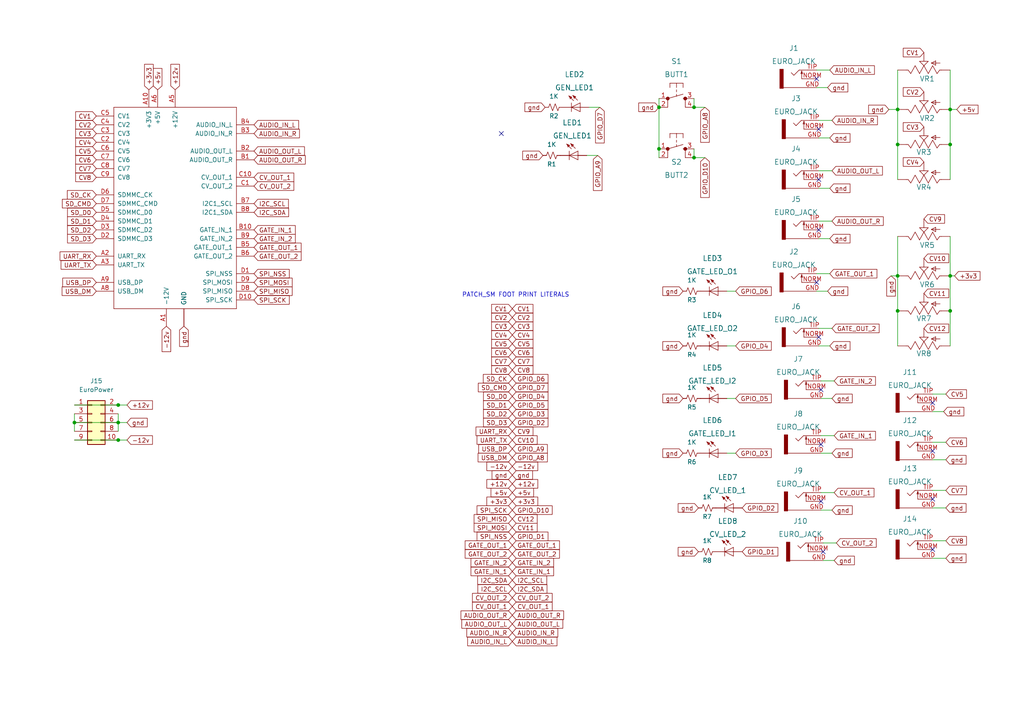
<source format=kicad_sch>
(kicad_sch (version 20230121) (generator eeschema)
  (paper "A4")
  (lib_symbols
    (symbol "Connector_Generic:Conn_02x05_Odd_Even" (pin_names (offset 1.016) hide)
      (property "Reference" "J" (at 1.27 7.62 0))
      (property "Value" "Conn_02x05_Odd_Even" (at 1.27 -7.62 0))
      (symbol "Conn_02x05_Odd_Even_1_1"
        (rectangle (start -1.27 -4.953) (end 0 -5.207) (stroke (width 0.1524)))
        (rectangle (start -1.27 -2.413) (end 0 -2.667) (stroke (width 0.1524)))
        (rectangle (start -1.27 0.127) (end 0 -0.127) (stroke (width 0.1524)))
        (rectangle (start -1.27 2.667) (end 0 2.413) (stroke (width 0.1524)))
        (rectangle (start -1.27 5.207) (end 0 4.953) (stroke (width 0.1524)))
        (rectangle (start -1.27 6.35) (end 3.81 -6.35) (stroke (width 0.254)) (fill (type background)))
        (rectangle (start 3.81 -4.953) (end 2.54 -5.207) (stroke (width 0.1524)))
        (rectangle (start 3.81 -2.413) (end 2.54 -2.667) (stroke (width 0.1524)))
        (rectangle (start 3.81 0.127) (end 2.54 -0.127) (stroke (width 0.1524)))
        (rectangle (start 3.81 2.667) (end 2.54 2.413) (stroke (width 0.1524)))
        (rectangle (start 3.81 5.207) (end 2.54 4.953) (stroke (width 0.1524)))
        (pin passive line (at -5.08 5.08 0) (length 3.81) (name "Pin_1") (number "1"))
        (pin passive line (at 7.62 -5.08 180) (length 3.81) (name "Pin_10") (number "10"))
        (pin passive line (at 7.62 5.08 180) (length 3.81) (name "Pin_2") (number "2"))
        (pin passive line (at -5.08 2.54 0) (length 3.81) (name "Pin_3") (number "3"))
        (pin passive line (at 7.62 2.54 180) (length 3.81) (name "Pin_4") (number "4"))
        (pin passive line (at -5.08 0 0) (length 3.81) (name "Pin_5") (number "5"))
        (pin passive line (at 7.62 0 180) (length 3.81) (name "Pin_6") (number "6"))
        (pin passive line (at -5.08 -2.54 0) (length 3.81) (name "Pin_7") (number "7"))
        (pin passive line (at 7.62 -2.54 180) (length 3.81) (name "Pin_8") (number "8"))
        (pin passive line (at -5.08 -5.08 0) (length 3.81) (name "Pin_9") (number "9"))
      )
    )
    (symbol "Device:R_Small_US" (pin_numbers hide) (pin_names (offset 0.254) hide)
      (property "Reference" "R" (at 0.762 0.508 0))
      (property "Value" "R_Small_US" (at 0.762 -1.016 0))
      (symbol "R_Small_US_1_1"
        (polyline (pts (xy 0 0) (xy 1.016 -0.381) (xy 0 -0.762) (xy -1.016 -1.143) (xy 0 -1.524)))
        (polyline (pts (xy 0 1.524) (xy 1.016 1.143) (xy 0 0.762) (xy -1.016 0.381) (xy 0 0)))
        (pin passive line (at 0 2.54 270) (length 1.016) (name "~") (number "1"))
        (pin passive line (at 0 -2.54 90) (length 1.016) (name "~") (number "2"))
      )
    )
    (symbol "ES_Daisy_Patch_SM_FB_Rev1-eagle-import:ES_DAISY_PATCH_SM_REV1" (pin_names (offset 1.016))
      (symbol "ES_DAISY_PATCH_SM_REV1_1_0"
        (polyline (pts (xy -17.78 -30.48) (xy 17.78 -30.48)))
        (polyline (pts (xy -17.78 27.94) (xy -17.78 -30.48)))
        (polyline (pts (xy 17.78 -30.48) (xy 17.78 27.94)))
        (polyline (pts (xy 17.78 27.94) (xy -17.78 27.94)))
        (pin bidirectional line (at -2.54 -35.56 90) (length 5.08) (name "-12V") (number "A1"))
        (pin bidirectional line (at -7.62 33.02 270) (length 5.08) (name "+3V3") (number "A10"))
        (pin bidirectional line (at -22.86 -15.24 0) (length 5.08) (name "UART_RX") (number "A2"))
        (pin bidirectional line (at -22.86 -17.78 0) (length 5.08) (name "UART_TX") (number "A3"))
        (pin bidirectional line (at 2.54 -35.56 90) (length 5.08) (name "GND") (number "A4"))
        (pin bidirectional line (at 0 33.02 270) (length 5.08) (name "+12V") (number "A5"))
        (pin bidirectional line (at -5.08 33.02 270) (length 5.08) (name "+5V") (number "A6"))
        (pin bidirectional line (at 2.54 -35.56 90) (length 5.08) (name "GND") (number "A7"))
        (pin bidirectional line (at -22.86 -25.4 0) (length 5.08) (name "USB_DM") (number "A8"))
        (pin bidirectional line (at -22.86 -22.86 0) (length 5.08) (name "USB_DP") (number "A9"))
        (pin bidirectional line (at 22.86 12.7 180) (length 5.08) (name "AUDIO_OUT_R") (number "B1"))
        (pin bidirectional line (at 22.86 -7.62 180) (length 5.08) (name "GATE_IN_1") (number "B10"))
        (pin bidirectional line (at 22.86 15.24 180) (length 5.08) (name "AUDIO_OUT_L") (number "B2"))
        (pin bidirectional line (at 22.86 20.32 180) (length 5.08) (name "AUDIO_IN_R") (number "B3"))
        (pin bidirectional line (at 22.86 22.86 180) (length 5.08) (name "AUDIO_IN_L") (number "B4"))
        (pin bidirectional line (at 22.86 -12.7 180) (length 5.08) (name "GATE_OUT_1") (number "B5"))
        (pin bidirectional line (at 22.86 -15.24 180) (length 5.08) (name "GATE_OUT_2") (number "B6"))
        (pin bidirectional line (at 22.86 0 180) (length 5.08) (name "I2C1_SCL") (number "B7"))
        (pin bidirectional line (at 22.86 -2.54 180) (length 5.08) (name "I2C1_SDA") (number "B8"))
        (pin bidirectional line (at 22.86 -10.16 180) (length 5.08) (name "GATE_IN_2") (number "B9"))
        (pin bidirectional line (at 22.86 5.08 180) (length 5.08) (name "CV_OUT_2") (number "C1"))
        (pin bidirectional line (at 22.86 7.62 180) (length 5.08) (name "CV_OUT_1") (number "C10"))
        (pin bidirectional line (at -22.86 17.78 0) (length 5.08) (name "CV4") (number "C2"))
        (pin bidirectional line (at -22.86 20.32 0) (length 5.08) (name "CV3") (number "C3"))
        (pin bidirectional line (at -22.86 22.86 0) (length 5.08) (name "CV2") (number "C4"))
        (pin bidirectional line (at -22.86 25.4 0) (length 5.08) (name "CV1") (number "C5"))
        (pin bidirectional line (at -22.86 15.24 0) (length 5.08) (name "CV5") (number "C6"))
        (pin bidirectional line (at -22.86 12.7 0) (length 5.08) (name "CV6") (number "C7"))
        (pin bidirectional line (at -22.86 10.16 0) (length 5.08) (name "CV7") (number "C8"))
        (pin bidirectional line (at -22.86 7.62 0) (length 5.08) (name "CV8") (number "C9"))
        (pin bidirectional line (at 22.86 -20.32 180) (length 5.08) (name "SPI_NSS") (number "D1"))
        (pin bidirectional line (at 22.86 -27.94 180) (length 5.08) (name "SPI_SCK") (number "D10"))
        (pin bidirectional line (at -22.86 -10.16 0) (length 5.08) (name "SDMMC_D3") (number "D2"))
        (pin bidirectional line (at -22.86 -7.62 0) (length 5.08) (name "SDMMC_D2") (number "D3"))
        (pin bidirectional line (at -22.86 -5.08 0) (length 5.08) (name "SDMMC_D1") (number "D4"))
        (pin bidirectional line (at -22.86 -2.54 0) (length 5.08) (name "SDMMC_D0") (number "D5"))
        (pin bidirectional line (at -22.86 2.54 0) (length 5.08) (name "SDMMC_CK") (number "D6"))
        (pin bidirectional line (at -22.86 0 0) (length 5.08) (name "SDMMC_CMD") (number "D7"))
        (pin bidirectional line (at 22.86 -25.4 180) (length 5.08) (name "SPI_MISO") (number "D8"))
        (pin bidirectional line (at 22.86 -22.86 180) (length 5.08) (name "SPI_MOSI") (number "D9"))
      )
    )
    (symbol "ES_Daisy_Patch_SM_FB_Rev1-eagle-import:EURO_JACK" (pin_names (offset 1.016))
      (property "Reference" "J" (at -2.54 4.064 0))
      (property "Value" "EURO_JACK" (at -5.08 -6.35 0))
      (symbol "EURO_JACK_1_0"
        (polyline (pts (xy -2.54 -2.54) (xy 4.572 -2.54)))
        (polyline (pts (xy -2.54 0) (xy -0.762 0)))
        (polyline (pts (xy -2.54 2.54) (xy 0 2.54)))
        (polyline (pts (xy -1.016 1.524) (xy -0.508 1.524)))
        (polyline (pts (xy -0.762 0) (xy -0.762 2.286)))
        (polyline (pts (xy -0.762 2.286) (xy -1.016 1.524)))
        (polyline (pts (xy -0.508 1.524) (xy -0.762 2.286)))
        (polyline (pts (xy 0 2.54) (xy 1.524 1.016)))
        (polyline (pts (xy 1.524 1.016) (xy 2.286 1.778)))
        (rectangle (start 5.588 -2.794) (end 4.572 2.794) (fill (type outline)))
        (pin passive line (at -5.08 -2.54 0) (length 2.54) (name "GND") (number "GND"))
        (pin passive line (at -5.08 0 0) (length 2.54) (name "NORM") (number "NORM"))
        (pin passive line (at -5.08 2.54 0) (length 2.54) (name "TIP") (number "TIP"))
      )
    )
    (symbol "ES_Daisy_Patch_SM_FB_Rev1-eagle-import:LED" (pin_names (offset 1.016))
      (property "Reference" "LED" (at 3.556 -4.572 90))
      (property "Value" "LED" (at 5.715 -4.572 90))
      (symbol "LED_1_0"
        (polyline (pts (xy -2.032 -0.762) (xy -3.429 -2.159)))
        (polyline (pts (xy -1.905 -1.905) (xy -3.302 -3.302)))
        (polyline (pts (xy 0 -2.54) (xy -1.27 -2.54)))
        (polyline (pts (xy 0 -2.54) (xy -1.27 0)))
        (polyline (pts (xy 0 0) (xy -1.27 0)))
        (polyline (pts (xy 0 0) (xy 0 -2.54)))
        (polyline (pts (xy 1.27 -2.54) (xy 0 -2.54)))
        (polyline (pts (xy 1.27 0) (xy 0 -2.54)))
        (polyline (pts (xy 1.27 0) (xy 0 0)))
        (polyline (pts (xy -3.429 -2.159) (xy -3.048 -1.27) (xy -2.54 -1.778)) (fill (type outline)))
        (polyline (pts (xy -3.302 -3.302) (xy -2.921 -2.413) (xy -2.413 -2.921)) (fill (type outline)))
        (pin passive line (at 0 2.54 270) (length 2.54) (name "A") (number "A"))
        (pin passive line (at 0 -5.08 90) (length 2.54) (name "C") (number "K"))
      )
    )
    (symbol "ES_Daisy_Patch_SM_FB_Rev1-eagle-import:POT_9MM_SNAP-IN_" (pin_names (offset 1.016))
      (property "Reference" "VR" (at -5.08 -2.54 90))
      (property "Value" "POT_9MM_SNAP-IN_" (at -2.54 -2.54 90))
      (symbol "POT_9MM_SNAP-IN__1_0"
        (polyline (pts (xy -1.016 -3.81) (xy 1.27 -2.54)))
        (polyline (pts (xy -1.016 -1.27) (xy 1.27 0)))
        (polyline (pts (xy -1.016 1.27) (xy 1.27 2.54)))
        (polyline (pts (xy -1.016 3.81) (xy 0 4.572)))
        (polyline (pts (xy 0 -5.08) (xy 0 -4.572)))
        (polyline (pts (xy 0 -4.572) (xy -1.016 -3.81)))
        (polyline (pts (xy 0 4.572) (xy 0 5.08)))
        (polyline (pts (xy 1.27 -2.54) (xy -1.016 -1.27)))
        (polyline (pts (xy 1.27 0) (xy -1.016 1.27)))
        (polyline (pts (xy 1.27 0) (xy 2.54 1.27)))
        (polyline (pts (xy 1.27 2.54) (xy -1.016 3.81)))
        (polyline (pts (xy 1.397 -3.429) (xy 2.032 -2.159)))
        (polyline (pts (xy 2.032 -4.699) (xy 2.032 -2.159)))
        (polyline (pts (xy 2.032 -2.159) (xy 2.667 -3.429)))
        (polyline (pts (xy 2.54 -1.27) (xy 1.27 0)))
        (polyline (pts (xy 2.54 1.27) (xy 2.54 -1.27)))
        (polyline (pts (xy 2.667 -3.429) (xy 1.397 -3.429)))
        (pin passive line (at 0 -7.62 90) (length 2.54) (name "1") (number "1"))
        (pin passive line (at 5.08 0 180) (length 2.54) (name "2") (number "2"))
        (pin passive line (at 0 7.62 270) (length 2.54) (name "3") (number "3"))
      )
    )
    (symbol "ES_Daisy_Patch_SM_FB_Rev1-eagle-import:TAC_SWITCH_PTH" (pin_names (offset 1.016))
      (property "Reference" "S" (at -2.54 6.35 0))
      (property "Value" "TAC_SWITCH_PTH" (at -2.54 -6.35 0))
      (symbol "TAC_SWITCH_PTH_1_0"
        (circle (center -2.54 0) (radius 0.127) (stroke (width 0.4064)))
        (polyline (pts (xy -2.54 -2.54) (xy -2.54 0)))
        (polyline (pts (xy -2.54 0) (xy 1.905 1.27)))
        (polyline (pts (xy -1.905 4.445) (xy -1.905 3.175)))
        (polyline (pts (xy 0 1.27) (xy 0 0.635)))
        (polyline (pts (xy 0 2.54) (xy 0 1.905)))
        (polyline (pts (xy 0 4.445) (xy -1.905 4.445)))
        (polyline (pts (xy 0 4.445) (xy 0 3.175)))
        (polyline (pts (xy 1.905 0) (xy 2.54 0)))
        (polyline (pts (xy 1.905 4.445) (xy 0 4.445)))
        (polyline (pts (xy 1.905 4.445) (xy 1.905 3.175)))
        (polyline (pts (xy 2.54 -2.54) (xy 2.54 0)))
        (circle (center 2.54 0) (radius 0.127) (stroke (width 0.4064)))
        (pin passive line (at -5.08 0 0) (length 2.54) (name "1") (number "1"))
        (pin passive line (at -5.08 -2.54 0) (length 2.54) (name "2") (number "2"))
        (pin passive line (at 5.08 0 180) (length 2.54) (name "3") (number "3"))
        (pin passive line (at 5.08 -2.54 180) (length 2.54) (name "4") (number "4"))
      )
    )
  )
  (junction (at 34.29 122.555))
  (junction (at 275.59 90.17))
  (junction (at 201.295 31.115))
  (junction (at 191.135 31.115))
  (junction (at 34.29 127.635))
  (junction (at 260.35 90.17))
  (junction (at 34.29 117.475))
  (junction (at 275.59 41.91))
  (junction (at 260.35 41.91))
  (junction (at 21.59 122.555))
  (junction (at 275.59 80.01))
  (junction (at 191.135 43.18))
  (junction (at 275.59 31.75))
  (junction (at 260.35 80.01))
  (junction (at 201.295 45.72))
  (junction (at 260.35 31.75))
  (no_connect (at 237.49 37.465))
  (no_connect (at 236.855 22.86))
  (no_connect (at 270.51 159.385))
  (no_connect (at 270.51 130.81))
  (no_connect (at 270.51 144.78))
  (no_connect (at 270.51 116.84))
  (no_connect (at 238.76 160.02))
  (no_connect (at 238.125 128.905))
  (no_connect (at 238.125 113.03))
  (no_connect (at 238.125 145.415))
  (no_connect (at 237.49 52.07))
  (no_connect (at 237.49 97.79))
  (no_connect (at 237.49 66.675))
  (no_connect (at 236.855 81.915))
  (no_connect (at 145.415 38.735))
  (wire (pts (xy 21.59 122.555) (xy 21.59 125.095)))
  (wire (pts (xy 238.125 147.955) (xy 241.3 147.955)))
  (wire (pts (xy 237.49 54.61) (xy 240.665 54.61)))
  (wire (pts (xy 213.36 100.33) (xy 210.82 100.33)))
  (wire (pts (xy 236.855 20.32) (xy 240.665 20.32)))
  (wire (pts (xy 275.59 90.17) (xy 275.59 100.33)))
  (wire (pts (xy 210.82 131.445) (xy 213.36 131.445)))
  (wire (pts (xy 238.76 162.56) (xy 241.935 162.56)))
  (wire (pts (xy 274.32 133.35) (xy 270.51 133.35)))
  (wire (pts (xy 201.295 43.18) (xy 201.295 45.72)))
  (wire (pts (xy 270.51 119.38) (xy 273.685 119.38)))
  (wire (pts (xy 238.125 131.445) (xy 241.3 131.445)))
  (wire (pts (xy 275.59 41.91) (xy 275.59 52.07)))
  (wire (pts (xy 34.29 117.475) (xy 36.83 117.475)))
  (wire (pts (xy 275.59 20.32) (xy 275.59 31.75)))
  (wire (pts (xy 213.36 84.455) (xy 210.82 84.455)))
  (wire (pts (xy 270.51 128.27) (xy 274.32 128.27)))
  (wire (pts (xy 260.35 41.91) (xy 260.35 52.07)))
  (wire (pts (xy 170.815 31.115) (xy 173.99 31.115)))
  (wire (pts (xy 257.81 31.75) (xy 260.35 31.75)))
  (wire (pts (xy 238.125 142.875) (xy 241.935 142.875)))
  (wire (pts (xy 201.295 31.115) (xy 204.47 31.115)))
  (wire (pts (xy 21.59 117.475) (xy 34.29 117.475)))
  (wire (pts (xy 270.51 142.24) (xy 274.32 142.24)))
  (wire (pts (xy 275.59 80.01) (xy 276.86 80.01)))
  (wire (pts (xy 191.135 43.18) (xy 191.135 45.72)))
  (wire (pts (xy 237.49 49.53) (xy 241.3 49.53)))
  (wire (pts (xy 260.35 68.58) (xy 260.35 80.01)))
  (wire (pts (xy 170.18 45.085) (xy 173.355 45.085)))
  (wire (pts (xy 274.32 161.925) (xy 270.51 161.925)))
  (wire (pts (xy 21.59 127.635) (xy 34.29 127.635)))
  (wire (pts (xy 201.295 28.575) (xy 201.295 31.115)))
  (wire (pts (xy 275.59 68.58) (xy 275.59 80.01)))
  (wire (pts (xy 238.125 115.57) (xy 241.3 115.57)))
  (wire (pts (xy 275.59 80.01) (xy 275.59 90.17)))
  (wire (pts (xy 277.495 31.75) (xy 275.59 31.75)))
  (wire (pts (xy 21.59 120.015) (xy 21.59 122.555)))
  (wire (pts (xy 191.135 28.575) (xy 191.135 31.115)))
  (wire (pts (xy 238.76 157.48) (xy 242.57 157.48)))
  (wire (pts (xy 237.49 34.925) (xy 241.3 34.925)))
  (wire (pts (xy 260.35 90.17) (xy 260.35 100.33)))
  (wire (pts (xy 274.32 147.32) (xy 270.51 147.32)))
  (wire (pts (xy 260.35 31.75) (xy 260.35 41.91)))
  (wire (pts (xy 34.29 120.015) (xy 34.29 122.555)))
  (wire (pts (xy 201.295 45.72) (xy 204.47 45.72)))
  (wire (pts (xy 34.29 122.555) (xy 34.29 125.095)))
  (wire (pts (xy 260.35 20.32) (xy 260.35 31.75)))
  (wire (pts (xy 236.855 84.455) (xy 240.03 84.455)))
  (wire (pts (xy 270.51 156.845) (xy 274.32 156.845)))
  (wire (pts (xy 21.59 122.555) (xy 34.29 122.555)))
  (wire (pts (xy 237.49 69.215) (xy 240.665 69.215)))
  (wire (pts (xy 237.49 64.135) (xy 241.3 64.135)))
  (wire (pts (xy 236.855 79.375) (xy 240.665 79.375)))
  (wire (pts (xy 275.59 31.75) (xy 275.59 41.91)))
  (wire (pts (xy 236.855 25.4) (xy 240.03 25.4)))
  (wire (pts (xy 260.35 80.01) (xy 260.35 90.17)))
  (wire (pts (xy 237.49 40.005) (xy 240.665 40.005)))
  (wire (pts (xy 237.49 100.33) (xy 240.665 100.33)))
  (wire (pts (xy 213.36 115.57) (xy 210.82 115.57)))
  (wire (pts (xy 238.125 126.365) (xy 241.935 126.365)))
  (wire (pts (xy 191.135 31.115) (xy 191.135 43.18)))
  (wire (pts (xy 258.445 80.01) (xy 260.35 80.01)))
  (wire (pts (xy 34.29 127.635) (xy 36.83 127.635)))
  (wire (pts (xy 237.49 95.25) (xy 241.3 95.25)))
  (wire (pts (xy 270.51 114.3) (xy 274.32 114.3)))
  (wire (pts (xy 238.125 110.49) (xy 241.935 110.49)))
  (wire (pts (xy 34.29 122.555) (xy 36.83 122.555)))
  (text "PATCH_SM FOOT PRINT LITERALS" (at 133.985 86.36 0) (effects (font (size 1.27 1.27)) (justify left bottom)))
  (global_label "gnd" (shape input) (at 240.665 54.61 0) (property "Intersheetrefs" "${INTERSHEET_REFS}" (effects hide)))
  (global_label "gnd" (shape input) (at 240.665 69.215 0) (property "Intersheetrefs" "${INTERSHEET_REFS}" (effects hide)))
  (global_label "SD_D3" (shape input) (at 27.94 69.215 180) (property "Intersheetrefs" "${INTERSHEET_REFS}" (effects hide)))
  (global_label "AUDIO_OUT_L" (shape input) (at 148.59 180.975 0) (property "Intersheetrefs" "${INTERSHEET_REFS}" (effects hide)))
  (global_label "GATE_IN_2" (shape input) (at 148.59 163.195 180) (property "Intersheetrefs" "${INTERSHEET_REFS}" (effects hide)))
  (global_label "CV9" (shape input) (at 267.97 63.5 0) (property "Intersheetrefs" "${INTERSHEET_REFS}" (effects hide)))
  (global_label "CV5" (shape input) (at 148.59 99.695 0) (property "Intersheetrefs" "${INTERSHEET_REFS}" (effects hide)))
  (global_label "CV7" (shape input) (at 148.59 104.775 180) (property "Intersheetrefs" "${INTERSHEET_REFS}" (effects hide)))
  (global_label "gnd" (shape input) (at 258.445 80.01 270) (property "Intersheetrefs" "${INTERSHEET_REFS}" (effects hide)))
  (global_label "GPIO_A9" (shape input) (at 173.355 45.085 270) (property "Intersheetrefs" "${INTERSHEET_REFS}" (effects hide)))
  (global_label "SPI_NSS" (shape input) (at 73.66 79.375 0) (property "Intersheetrefs" "${INTERSHEET_REFS}" (effects hide)))
  (global_label "GATE_OUT_1" (shape input) (at 148.59 158.115 180) (property "Intersheetrefs" "${INTERSHEET_REFS}" (effects hide)))
  (global_label "CV_OUT_1" (shape input) (at 241.935 142.875 0) (property "Intersheetrefs" "${INTERSHEET_REFS}" (effects hide)))
  (global_label "AUDIO_OUT_R" (shape input) (at 148.59 178.435 0) (property "Intersheetrefs" "${INTERSHEET_REFS}" (effects hide)))
  (global_label "CV6" (shape input) (at 148.59 102.235 180) (property "Intersheetrefs" "${INTERSHEET_REFS}" (effects hide)))
  (global_label "AUDIO_OUT_R" (shape input) (at 148.59 178.435 180) (property "Intersheetrefs" "${INTERSHEET_REFS}" (effects hide)))
  (global_label "CV1" (shape input) (at 148.59 89.535 180) (property "Intersheetrefs" "${INTERSHEET_REFS}" (effects hide)))
  (global_label "CV2" (shape input) (at 27.94 36.195 180) (property "Intersheetrefs" "${INTERSHEET_REFS}" (effects hide)))
  (global_label "SPI_SCK" (shape input) (at 148.59 147.955 180) (property "Intersheetrefs" "${INTERSHEET_REFS}" (effects hide)))
  (global_label "+5v" (shape input) (at 45.72 26.035 90) (property "Intersheetrefs" "${INTERSHEET_REFS}" (effects hide)))
  (global_label "gnd" (shape input) (at 157.48 45.085 180) (property "Intersheetrefs" "${INTERSHEET_REFS}" (effects hide)))
  (global_label "SD_CMD" (shape input) (at 27.94 59.055 180) (property "Intersheetrefs" "${INTERSHEET_REFS}" (effects hide)))
  (global_label "-12v" (shape input) (at 48.26 94.615 270) (property "Intersheetrefs" "${INTERSHEET_REFS}" (effects hide)))
  (global_label "CV6" (shape input) (at 274.32 128.27 0) (property "Intersheetrefs" "${INTERSHEET_REFS}" (effects hide)))
  (global_label "AUDIO_IN_R" (shape input) (at 73.66 38.735 0) (property "Intersheetrefs" "${INTERSHEET_REFS}" (effects hide)))
  (global_label "-12v" (shape input) (at 36.83 127.635 0) (property "Intersheetrefs" "${INTERSHEET_REFS}" (effects hide)))
  (global_label "GATE_OUT_1" (shape input) (at 148.59 158.115 0) (property "Intersheetrefs" "${INTERSHEET_REFS}" (effects hide)))
  (global_label "SD_D3" (shape input) (at 148.59 122.555 180) (property "Intersheetrefs" "${INTERSHEET_REFS}" (effects hide)))
  (global_label "CV8" (shape input) (at 148.59 107.315 180) (property "Intersheetrefs" "${INTERSHEET_REFS}" (effects hide)))
  (global_label "CV1" (shape input) (at 27.94 33.655 180) (property "Intersheetrefs" "${INTERSHEET_REFS}" (effects hide)))
  (global_label "CV_OUT_1" (shape input) (at 148.59 175.895 0) (property "Intersheetrefs" "${INTERSHEET_REFS}" (effects hide)))
  (global_label "CV12" (shape input) (at 267.97 95.25 0) (property "Intersheetrefs" "${INTERSHEET_REFS}" (effects hide)))
  (global_label "+12v" (shape input) (at 50.8 26.035 90) (property "Intersheetrefs" "${INTERSHEET_REFS}" (effects hide)))
  (global_label "GATE_OUT_2" (shape input) (at 241.3 95.25 0) (property "Intersheetrefs" "${INTERSHEET_REFS}" (effects hide)))
  (global_label "I2C_SCL" (shape input) (at 148.59 168.275 0) (property "Intersheetrefs" "${INTERSHEET_REFS}" (effects hide)))
  (global_label "gnd" (shape input) (at 36.83 122.555 0) (property "Intersheetrefs" "${INTERSHEET_REFS}" (effects hide)))
  (global_label "CV2" (shape input) (at 148.59 92.075 0) (property "Intersheetrefs" "${INTERSHEET_REFS}" (effects hide)))
  (global_label "CV_OUT_2" (shape input) (at 242.57 157.48 0) (property "Intersheetrefs" "${INTERSHEET_REFS}" (effects hide)))
  (global_label "CV4" (shape input) (at 27.94 41.275 180) (property "Intersheetrefs" "${INTERSHEET_REFS}" (effects hide)))
  (global_label "GATE_IN_1" (shape input) (at 73.66 66.675 0) (property "Intersheetrefs" "${INTERSHEET_REFS}" (effects hide)))
  (global_label "CV11" (shape input) (at 267.97 85.09 0) (property "Intersheetrefs" "${INTERSHEET_REFS}" (effects hide)))
  (global_label "gnd" (shape input) (at 240.665 40.005 0) (property "Intersheetrefs" "${INTERSHEET_REFS}" (effects hide)))
  (global_label "CV_OUT_1" (shape input) (at 148.59 175.895 180) (property "Intersheetrefs" "${INTERSHEET_REFS}" (effects hide)))
  (global_label "GPIO_D2" (shape input) (at 148.59 122.555 0) (property "Intersheetrefs" "${INTERSHEET_REFS}" (effects hide)))
  (global_label "CV_OUT_2" (shape input) (at 148.59 173.355 180) (property "Intersheetrefs" "${INTERSHEET_REFS}" (effects hide)))
  (global_label "+3v3" (shape input) (at 148.59 145.415 0) (property "Intersheetrefs" "${INTERSHEET_REFS}" (effects hide)))
  (global_label "AUDIO_IN_L" (shape input) (at 148.59 186.055 0) (property "Intersheetrefs" "${INTERSHEET_REFS}" (effects hide)))
  (global_label "GATE_IN_1" (shape input) (at 148.59 165.735 0) (property "Intersheetrefs" "${INTERSHEET_REFS}" (effects hide)))
  (global_label "gnd" (shape input) (at 274.32 147.32 0) (property "Intersheetrefs" "${INTERSHEET_REFS}" (effects hide)))
  (global_label "gnd" (shape input) (at 202.565 160.02 180) (property "Intersheetrefs" "${INTERSHEET_REFS}" (effects hide)))
  (global_label "SD_D1" (shape input) (at 27.94 64.135 180) (property "Intersheetrefs" "${INTERSHEET_REFS}" (effects hide)))
  (global_label "CV_OUT_2" (shape input) (at 73.66 53.975 0) (property "Intersheetrefs" "${INTERSHEET_REFS}" (effects hide)))
  (global_label "+12v" (shape input) (at 148.59 140.335 0) (property "Intersheetrefs" "${INTERSHEET_REFS}" (effects hide)))
  (global_label "AUDIO_IN_R" (shape input) (at 241.3 34.925 0) (property "Intersheetrefs" "${INTERSHEET_REFS}" (effects hide)))
  (global_label "gnd" (shape input) (at 241.3 115.57 0) (property "Intersheetrefs" "${INTERSHEET_REFS}" (effects hide)))
  (global_label "+3v3" (shape input) (at 276.86 80.01 0) (property "Intersheetrefs" "${INTERSHEET_REFS}" (effects hide)))
  (global_label "SPI_SCK" (shape input) (at 73.66 86.995 0) (property "Intersheetrefs" "${INTERSHEET_REFS}" (effects hide)))
  (global_label "+12v" (shape input) (at 148.59 140.335 180) (property "Intersheetrefs" "${INTERSHEET_REFS}" (effects hide)))
  (global_label "AUDIO_IN_R" (shape input) (at 148.59 183.515 0) (property "Intersheetrefs" "${INTERSHEET_REFS}" (effects hide)))
  (global_label "CV2" (shape input) (at 148.59 92.075 180) (property "Intersheetrefs" "${INTERSHEET_REFS}" (effects hide)))
  (global_label "GPIO_A8" (shape input) (at 204.47 31.115 270) (property "Intersheetrefs" "${INTERSHEET_REFS}" (effects hide)))
  (global_label "UART_TX" (shape input) (at 27.94 76.835 180) (property "Intersheetrefs" "${INTERSHEET_REFS}" (effects hide)))
  (global_label "-12v" (shape input) (at 148.59 135.255 0) (property "Intersheetrefs" "${INTERSHEET_REFS}" (effects hide)))
  (global_label "I2C_SDA" (shape input) (at 73.66 61.595 0) (property "Intersheetrefs" "${INTERSHEET_REFS}" (effects hide)))
  (global_label "-12v" (shape input) (at 148.59 135.255 180) (property "Intersheetrefs" "${INTERSHEET_REFS}" (effects hide)))
  (global_label "gnd" (shape input) (at 241.3 131.445 0) (property "Intersheetrefs" "${INTERSHEET_REFS}" (effects hide)))
  (global_label "GATE_IN_2" (shape input) (at 148.59 163.195 0) (property "Intersheetrefs" "${INTERSHEET_REFS}" (effects hide)))
  (global_label "SD_D1" (shape input) (at 148.59 117.475 180) (property "Intersheetrefs" "${INTERSHEET_REFS}" (effects hide)))
  (global_label "gnd" (shape input) (at 158.115 31.115 180) (property "Intersheetrefs" "${INTERSHEET_REFS}" (effects hide)))
  (global_label "gnd" (shape input) (at 198.12 115.57 180) (property "Intersheetrefs" "${INTERSHEET_REFS}" (effects hide)))
  (global_label "gnd" (shape input) (at 273.685 119.38 0) (property "Intersheetrefs" "${INTERSHEET_REFS}" (effects hide)))
  (global_label "SD_CK" (shape input) (at 148.59 109.855 180) (property "Intersheetrefs" "${INTERSHEET_REFS}" (effects hide)))
  (global_label "gnd" (shape input) (at 53.34 94.615 270) (property "Intersheetrefs" "${INTERSHEET_REFS}" (effects hide)))
  (global_label "CV3" (shape input) (at 148.59 94.615 180) (property "Intersheetrefs" "${INTERSHEET_REFS}" (effects hide)))
  (global_label "GPIO_D3" (shape input) (at 148.59 120.015 0) (property "Intersheetrefs" "${INTERSHEET_REFS}" (effects hide)))
  (global_label "CV7" (shape input) (at 27.94 48.895 180) (property "Intersheetrefs" "${INTERSHEET_REFS}" (effects hide)))
  (global_label "SD_D0" (shape input) (at 27.94 61.595 180) (property "Intersheetrefs" "${INTERSHEET_REFS}" (effects hide)))
  (global_label "USB_DM" (shape input) (at 148.59 132.715 180) (property "Intersheetrefs" "${INTERSHEET_REFS}" (effects hide)))
  (global_label "gnd" (shape input) (at 274.32 133.35 0) (property "Intersheetrefs" "${INTERSHEET_REFS}" (effects hide)))
  (global_label "gnd" (shape input) (at 148.59 137.795 0) (property "Intersheetrefs" "${INTERSHEET_REFS}" (effects hide)))
  (global_label "CV10" (shape input) (at 267.97 74.93 0) (property "Intersheetrefs" "${INTERSHEET_REFS}" (effects hide)))
  (global_label "gnd" (shape input) (at 274.32 161.925 0) (property "Intersheetrefs" "${INTERSHEET_REFS}" (effects hide)))
  (global_label "GATE_OUT_1" (shape input) (at 240.665 79.375 0) (property "Intersheetrefs" "${INTERSHEET_REFS}" (effects hide)))
  (global_label "+5v" (shape input) (at 148.59 142.875 0) (property "Intersheetrefs" "${INTERSHEET_REFS}" (effects hide)))
  (global_label "SD_CMD" (shape input) (at 148.59 112.395 180) (property "Intersheetrefs" "${INTERSHEET_REFS}" (effects hide)))
  (global_label "SPI_MISO" (shape input) (at 73.66 84.455 0) (property "Intersheetrefs" "${INTERSHEET_REFS}" (effects hide)))
  (global_label "GATE_OUT_1" (shape input) (at 73.66 71.755 0) (property "Intersheetrefs" "${INTERSHEET_REFS}" (effects hide)))
  (global_label "GPIO_D1" (shape input) (at 215.265 160.02 0) (property "Intersheetrefs" "${INTERSHEET_REFS}" (effects hide)))
  (global_label "CV6" (shape input) (at 27.94 46.355 180) (property "Intersheetrefs" "${INTERSHEET_REFS}" (effects hide)))
  (global_label "AUDIO_IN_L" (shape input) (at 148.59 186.055 180) (property "Intersheetrefs" "${INTERSHEET_REFS}" (effects hide)))
  (global_label "gnd" (shape input) (at 191.135 31.115 180) (property "Intersheetrefs" "${INTERSHEET_REFS}" (effects hide)))
  (global_label "CV5" (shape input) (at 274.32 114.3 0) (property "Intersheetrefs" "${INTERSHEET_REFS}" (effects hide)))
  (global_label "+12v" (shape input) (at 36.83 117.475 0) (property "Intersheetrefs" "${INTERSHEET_REFS}" (effects hide)))
  (global_label "GPIO_D7" (shape input) (at 148.59 112.395 0) (property "Intersheetrefs" "${INTERSHEET_REFS}" (effects hide)))
  (global_label "+5v" (shape input) (at 277.495 31.75 0) (property "Intersheetrefs" "${INTERSHEET_REFS}" (effects hide)))
  (global_label "GATE_OUT_2" (shape input) (at 148.59 160.655 180) (property "Intersheetrefs" "${INTERSHEET_REFS}" (effects hide)))
  (global_label "gnd" (shape input) (at 240.665 100.33 0) (property "Intersheetrefs" "${INTERSHEET_REFS}" (effects hide)))
  (global_label "+3v3" (shape input) (at 43.18 26.035 90) (property "Intersheetrefs" "${INTERSHEET_REFS}" (effects hide)))
  (global_label "GPIO_D10" (shape input) (at 148.59 147.955 0) (property "Intersheetrefs" "${INTERSHEET_REFS}" (effects hide)))
  (global_label "SPI_NSS" (shape input) (at 148.59 155.575 180) (property "Intersheetrefs" "${INTERSHEET_REFS}" (effects hide)))
  (global_label "AUDIO_IN_L" (shape input) (at 73.66 36.195 0) (property "Intersheetrefs" "${INTERSHEET_REFS}" (effects hide)))
  (global_label "I2C_SCL" (shape input) (at 73.66 59.055 0) (property "Intersheetrefs" "${INTERSHEET_REFS}" (effects hide)))
  (global_label "CV8" (shape input) (at 27.94 51.435 180) (property "Intersheetrefs" "${INTERSHEET_REFS}" (effects hide)))
  (global_label "CV8" (shape input) (at 274.32 156.845 0) (property "Intersheetrefs" "${INTERSHEET_REFS}" (effects hide)))
  (global_label "GATE_OUT_2" (shape input) (at 148.59 160.655 0) (property "Intersheetrefs" "${INTERSHEET_REFS}" (effects hide)))
  (global_label "GPIO_D10" (shape input) (at 204.47 45.72 270) (property "Intersheetrefs" "${INTERSHEET_REFS}" (effects hide)))
  (global_label "AUDIO_OUT_L" (shape input) (at 241.3 49.53 0) (property "Intersheetrefs" "${INTERSHEET_REFS}" (effects hide)))
  (global_label "gnd" (shape input) (at 257.81 31.75 180) (property "Intersheetrefs" "${INTERSHEET_REFS}" (effects hide)))
  (global_label "CV5" (shape input) (at 27.94 43.815 180) (property "Intersheetrefs" "${INTERSHEET_REFS}" (effects hide)))
  (global_label "USB_DM" (shape input) (at 27.94 84.455 180) (property "Intersheetrefs" "${INTERSHEET_REFS}" (effects hide)))
  (global_label "CV_OUT_2" (shape input) (at 148.59 173.355 0) (property "Intersheetrefs" "${INTERSHEET_REFS}" (effects hide)))
  (global_label "SPI_MISO" (shape input) (at 148.59 150.495 180) (property "Intersheetrefs" "${INTERSHEET_REFS}" (effects hide)))
  (global_label "CV4" (shape input) (at 267.97 46.99 180) (property "Intersheetrefs" "${INTERSHEET_REFS}" (effects hide)))
  (global_label "SPI_MOSI" (shape input) (at 73.66 81.915 0) (property "Intersheetrefs" "${INTERSHEET_REFS}" (effects hide)))
  (global_label "GATE_IN_2" (shape input) (at 73.66 69.215 0) (property "Intersheetrefs" "${INTERSHEET_REFS}" (effects hide)))
  (global_label "gnd" (shape input) (at 240.03 84.455 0) (property "Intersheetrefs" "${INTERSHEET_REFS}" (effects hide)))
  (global_label "gnd" (shape input) (at 202.565 147.32 180) (property "Intersheetrefs" "${INTERSHEET_REFS}" (effects hide)))
  (global_label "GATE_IN_1" (shape input) (at 148.59 165.735 180) (property "Intersheetrefs" "${INTERSHEET_REFS}" (effects hide)))
  (global_label "CV5" (shape input) (at 148.59 99.695 180) (property "Intersheetrefs" "${INTERSHEET_REFS}" (effects hide)))
  (global_label "GPIO_D4" (shape input) (at 213.36 100.33 0) (property "Intersheetrefs" "${INTERSHEET_REFS}" (effects hide)))
  (global_label "AUDIO_OUT_R" (shape input) (at 73.66 46.355 0) (property "Intersheetrefs" "${INTERSHEET_REFS}" (effects hide)))
  (global_label "I2C_SDA" (shape input) (at 148.59 170.815 0) (property "Intersheetrefs" "${INTERSHEET_REFS}" (effects hide)))
  (global_label "CV8" (shape input) (at 148.59 107.315 0) (property "Intersheetrefs" "${INTERSHEET_REFS}" (effects hide)))
  (global_label "CV7" (shape input) (at 148.59 104.775 0) (property "Intersheetrefs" "${INTERSHEET_REFS}" (effects hide)))
  (global_label "USB_DP" (shape input) (at 148.59 130.175 180) (property "Intersheetrefs" "${INTERSHEET_REFS}" (effects hide)))
  (global_label "CV3" (shape input) (at 148.59 94.615 0) (property "Intersheetrefs" "${INTERSHEET_REFS}" (effects hide)))
  (global_label "CV_OUT_1" (shape input) (at 73.66 51.435 0) (property "Intersheetrefs" "${INTERSHEET_REFS}" (effects hide)))
  (global_label "CV11" (shape input) (at 148.59 153.035 0) (property "Intersheetrefs" "${INTERSHEET_REFS}" (effects hide)))
  (global_label "GPIO_D7" (shape input) (at 173.99 31.115 270) (property "Intersheetrefs" "${INTERSHEET_REFS}" (effects hide)))
  (global_label "SD_CK" (shape input) (at 27.94 56.515 180) (property "Intersheetrefs" "${INTERSHEET_REFS}" (effects hide)))
  (global_label "AUDIO_OUT_R" (shape input) (at 241.3 64.135 0) (property "Intersheetrefs" "${INTERSHEET_REFS}" (effects hide)))
  (global_label "GPIO_D6" (shape input) (at 148.59 109.855 0) (property "Intersheetrefs" "${INTERSHEET_REFS}" (effects hide)))
  (global_label "CV9" (shape input) (at 148.59 125.095 0) (property "Intersheetrefs" "${INTERSHEET_REFS}" (effects hide)))
  (global_label "CV3" (shape input) (at 27.94 38.735 180) (property "Intersheetrefs" "${INTERSHEET_REFS}" (effects hide)))
  (global_label "GPIO_A8" (shape input) (at 148.59 132.715 0) (property "Intersheetrefs" "${INTERSHEET_REFS}" (effects hide)))
  (global_label "UART_RX" (shape input) (at 27.94 74.295 180) (property "Intersheetrefs" "${INTERSHEET_REFS}" (effects hide)))
  (global_label "CV1" (shape input) (at 148.59 89.535 0) (property "Intersheetrefs" "${INTERSHEET_REFS}" (effects hide)))
  (global_label "SD_D2" (shape input) (at 148.59 120.015 180) (property "Intersheetrefs" "${INTERSHEET_REFS}" (effects hide)))
  (global_label "SPI_MOSI" (shape input) (at 148.59 153.035 180) (property "Intersheetrefs" "${INTERSHEET_REFS}" (effects hide)))
  (global_label "gnd" (shape input) (at 198.12 131.445 180) (property "Intersheetrefs" "${INTERSHEET_REFS}" (effects hide)))
  (global_label "AUDIO_OUT_L" (shape input) (at 73.66 43.815 0) (property "Intersheetrefs" "${INTERSHEET_REFS}" (effects hide)))
  (global_label "GATE_IN_2" (shape input) (at 241.935 110.49 0) (property "Intersheetrefs" "${INTERSHEET_REFS}" (effects hide)))
  (global_label "+5v" (shape input) (at 148.59 142.875 180) (property "Intersheetrefs" "${INTERSHEET_REFS}" (effects hide)))
  (global_label "AUDIO_IN_R" (shape input) (at 148.59 183.515 180) (property "Intersheetrefs" "${INTERSHEET_REFS}" (effects hide)))
  (global_label "USB_DP" (shape input) (at 27.94 81.915 180) (property "Intersheetrefs" "${INTERSHEET_REFS}" (effects hide)))
  (global_label "GPIO_D5" (shape input) (at 148.59 117.475 0) (property "Intersheetrefs" "${INTERSHEET_REFS}" (effects hide)))
  (global_label "gnd" (shape input) (at 148.59 137.795 180) (property "Intersheetrefs" "${INTERSHEET_REFS}" (effects hide)))
  (global_label "AUDIO_IN_L" (shape input) (at 240.665 20.32 0) (property "Intersheetrefs" "${INTERSHEET_REFS}" (effects hide)))
  (global_label "GPIO_D3" (shape input) (at 213.36 131.445 0) (property "Intersheetrefs" "${INTERSHEET_REFS}" (effects hide)))
  (global_label "CV4" (shape input) (at 148.59 97.155 0) (property "Intersheetrefs" "${INTERSHEET_REFS}" (effects hide)))
  (global_label "GPIO_D2" (shape input) (at 215.265 147.32 0) (property "Intersheetrefs" "${INTERSHEET_REFS}" (effects hide)))
  (global_label "CV1" (shape input) (at 267.97 15.24 180) (property "Intersheetrefs" "${INTERSHEET_REFS}" (effects hide)))
  (global_label "GPIO_D4" (shape input) (at 148.59 114.935 0) (property "Intersheetrefs" "${INTERSHEET_REFS}" (effects hide)))
  (global_label "SD_D0" (shape input) (at 148.59 114.935 180) (property "Intersheetrefs" "${INTERSHEET_REFS}" (effects hide)))
  (global_label "UART_RX" (shape input) (at 148.59 125.095 180) (property "Intersheetrefs" "${INTERSHEET_REFS}" (effects hide)))
  (global_label "UART_TX" (shape input) (at 148.59 127.635 180) (property "Intersheetrefs" "${INTERSHEET_REFS}" (effects hide)))
  (global_label "gnd" (shape input) (at 241.3 147.955 0) (property "Intersheetrefs" "${INTERSHEET_REFS}" (effects hide)))
  (global_label "CV12" (shape input) (at 148.59 150.495 0) (property "Intersheetrefs" "${INTERSHEET_REFS}" (effects hide)))
  (global_label "GATE_OUT_2" (shape input) (at 73.66 74.295 0) (property "Intersheetrefs" "${INTERSHEET_REFS}" (effects hide)))
  (global_label "CV10" (shape input) (at 148.59 127.635 0) (property "Intersheetrefs" "${INTERSHEET_REFS}" (effects hide)))
  (global_label "GATE_IN_1" (shape input) (at 241.935 126.365 0) (property "Intersheetrefs" "${INTERSHEET_REFS}" (effects hide)))
  (global_label "gnd" (shape input) (at 198.12 100.33 180) (property "Intersheetrefs" "${INTERSHEET_REFS}" (effects hide)))
  (global_label "GPIO_A9" (shape input) (at 148.59 130.175 0) (property "Intersheetrefs" "${INTERSHEET_REFS}" (effects hide)))
  (global_label "GPIO_D5" (shape input) (at 213.36 115.57 0) (property "Intersheetrefs" "${INTERSHEET_REFS}" (effects hide)))
  (global_label "CV3" (shape input) (at 267.97 36.83 180) (property "Intersheetrefs" "${INTERSHEET_REFS}" (effects hide)))
  (global_label "GPIO_D6" (shape input) (at 213.36 84.455 0) (property "Intersheetrefs" "${INTERSHEET_REFS}" (effects hide)))
  (global_label "gnd" (shape input) (at 240.03 25.4 0) (property "Intersheetrefs" "${INTERSHEET_REFS}" (effects hide)))
  (global_label "SD_D2" (shape input) (at 27.94 66.675 180) (property "Intersheetrefs" "${INTERSHEET_REFS}" (effects hide)))
  (global_label "gnd" (shape input) (at 241.935 162.56 0) (property "Intersheetrefs" "${INTERSHEET_REFS}" (effects hide)))
  (global_label "I2C_SDA" (shape input) (at 148.59 168.275 180) (property "Intersheetrefs" "${INTERSHEET_REFS}" (effects hide)))
  (global_label "CV6" (shape input) (at 148.59 102.235 0) (property "Intersheetrefs" "${INTERSHEET_REFS}" (effects hide)))
  (global_label "AUDIO_OUT_L" (shape input) (at 148.59 180.975 180) (property "Intersheetrefs" "${INTERSHEET_REFS}" (effects hide)))
  (global_label "I2C_SCL" (shape input) (at 148.59 170.815 180) (property "Intersheetrefs" "${INTERSHEET_REFS}" (effects hide)))
  (global_label "CV2" (shape input) (at 267.97 26.67 180) (property "Intersheetrefs" "${INTERSHEET_REFS}" (effects hide)))
  (global_label "CV4" (shape input) (at 148.59 97.155 180) (property "Intersheetrefs" "${INTERSHEET_REFS}" (effects hide)))
  (global_label "GPIO_D1" (shape input) (at 148.59 155.575 0) (property "Intersheetrefs" "${INTERSHEET_REFS}" (effects hide)))
  (global_label "+3v3" (shape input) (at 148.59 145.415 180) (property "Intersheetrefs" "${INTERSHEET_REFS}" (effects hide)))
  (global_label "gnd" (shape input) (at 198.12 84.455 180) (property "Intersheetrefs" "${INTERSHEET_REFS}" (effects hide)))
  (global_label "CV7" (shape input) (at 274.32 142.24 0) (property "Intersheetrefs" "${INTERSHEET_REFS}" (effects hide)))
  (symbol (lib_id "Device:R_Small_US") (at 200.66 100.33 90) (unit 1)
    (property "Reference" "R4" (at 200.66 102.87 90))
    (property "Value" "1K" (at 200.66 97.155 90))
    (property "Footprint" "benjiaomodular:Resistor_L6.3mm_D2.5mm_P7.62mm_Horizontal" (effects hide))
  )
  (symbol (lib_id "ES_Daisy_Patch_SM_FB_Rev1-eagle-import:LED") (at 208.28 84.455 270) (unit 1)
    (property "Reference" "LED3" (at 206.629 74.93 90) (effects (font (size 1.4986 1.4986))))
    (property "Value" "GATE_LED_O1" (at 206.629 78.74 90) (effects (font (size 1.4986 1.4986))))
    (property "Footprint" "ES_Daisy_Patch_SM_FB_Rev1:LED" (effects hide))
  )
  (symbol (lib_id "Connector_Generic:Conn_02x05_Odd_Even") (at 26.67 122.555 0) (unit 1)
    (property "Reference" "J15" (at 27.94 110.49 0))
    (property "Value" "EuroPower" (at 27.94 113.03 0))
    (property "Footprint" "Connector_PinHeader_2.54mm:PinHeader_2x05_P2.54mm_Vertical" (effects hide))
  )
  (symbol (lib_id "ES_Daisy_Patch_SM_FB_Rev1-eagle-import:EURO_JACK") (at 265.43 116.84 0) (mirror y) (unit 1)
    (property "Reference" "J11" (at 263.906 107.95 0) (effects (font (size 1.4986 1.4986))))
    (property "Value" "EURO_JACK" (at 263.906 111.76 0) (effects (font (size 1.4986 1.4986))))
    (property "Footprint" "ES_Daisy_Patch_SM_FB_Rev1:S_JACK" (effects hide))
  )
  (symbol (lib_id "ES_Daisy_Patch_SM_FB_Rev1-eagle-import:EURO_JACK") (at 233.68 160.02 0) (mirror y) (unit 1)
    (property "Reference" "J10" (at 232.156 151.13 0) (effects (font (size 1.4986 1.4986))))
    (property "Value" "EURO_JACK" (at 232.156 154.94 0) (effects (font (size 1.4986 1.4986))))
    (property "Footprint" "ES_Daisy_Patch_SM_FB_Rev1:S_JACK" (effects hide))
  )
  (symbol (lib_id "Device:R_Small_US") (at 160.655 31.115 90) (unit 1)
    (property "Reference" "R2" (at 160.655 33.655 90))
    (property "Value" "1K" (at 160.655 27.94 90))
    (property "Footprint" "benjiaomodular:Resistor_L6.3mm_D2.5mm_P7.62mm_Horizontal" (effects hide))
  )
  (symbol (lib_id "ES_Daisy_Patch_SM_FB_Rev1-eagle-import:EURO_JACK") (at 232.41 37.465 0) (mirror y) (unit 1)
    (property "Reference" "J3" (at 230.886 28.575 0) (effects (font (size 1.4986 1.4986))))
    (property "Value" "EURO_JACK" (at 230.886 32.385 0) (effects (font (size 1.4986 1.4986))))
    (property "Footprint" "ES_Daisy_Patch_SM_FB_Rev1:S_JACK" (effects hide))
  )
  (symbol (lib_id "ES_Daisy_Patch_SM_FB_Rev1-eagle-import:EURO_JACK") (at 233.045 113.03 0) (mirror y) (unit 1)
    (property "Reference" "J7" (at 231.521 104.14 0) (effects (font (size 1.4986 1.4986))))
    (property "Value" "EURO_JACK" (at 231.521 107.95 0) (effects (font (size 1.4986 1.4986))))
    (property "Footprint" "ES_Daisy_Patch_SM_FB_Rev1:S_JACK" (effects hide))
  )
  (symbol (lib_id "ES_Daisy_Patch_SM_FB_Rev1-eagle-import:POT_9MM_SNAP-IN_") (at 267.97 90.17 90) (unit 1)
    (property "Reference" "VR7" (at 265.7475 92.3925 90) (effects (font (size 1.4986 1.4986)) (justify right)))
    (property "Value" "POT_9MM_SNAP-IN_" (effects hide))
    (property "Footprint" "benjiaomodular:Potentiometer_RV09" (effects hide))
  )
  (symbol (lib_id "ES_Daisy_Patch_SM_FB_Rev1-eagle-import:POT_9MM_SNAP-IN_") (at 267.97 68.58 90) (unit 1)
    (property "Reference" "VR5" (at 266.6999 71.12 90) (effects (font (size 1.4986 1.4986)) (justify right)))
    (property "Value" "POT_9MM_SNAP-IN_" (effects hide))
    (property "Footprint" "benjiaomodular:Potentiometer_RV09" (effects hide))
  )
  (symbol (lib_id "ES_Daisy_Patch_SM_FB_Rev1-eagle-import:EURO_JACK") (at 232.41 97.79 0) (mirror y) (unit 1)
    (property "Reference" "J6" (at 230.886 88.9 0) (effects (font (size 1.4986 1.4986))))
    (property "Value" "EURO_JACK" (at 230.886 92.71 0) (effects (font (size 1.4986 1.4986))))
    (property "Footprint" "ES_Daisy_Patch_SM_FB_Rev1:S_JACK" (effects hide))
  )
  (symbol (lib_id "ES_Daisy_Patch_SM_FB_Rev1-eagle-import:EURO_JACK") (at 231.775 81.915 0) (mirror y) (unit 1)
    (property "Reference" "J2" (at 230.251 73.025 0) (effects (font (size 1.4986 1.4986))))
    (property "Value" "EURO_JACK" (at 230.251 76.835 0) (effects (font (size 1.4986 1.4986))))
    (property "Footprint" "ES_Daisy_Patch_SM_FB_Rev1:S_JACK" (effects hide))
  )
  (symbol (lib_id "ES_Daisy_Patch_SM_FB_Rev1-eagle-import:EURO_JACK") (at 265.43 130.81 0) (mirror y) (unit 1)
    (property "Reference" "J12" (at 263.906 121.92 0) (effects (font (size 1.4986 1.4986))))
    (property "Value" "EURO_JACK" (at 263.906 125.73 0) (effects (font (size 1.4986 1.4986))))
    (property "Footprint" "ES_Daisy_Patch_SM_FB_Rev1:S_JACK" (effects hide))
  )
  (symbol (lib_id "ES_Daisy_Patch_SM_FB_Rev1-eagle-import:EURO_JACK") (at 231.775 22.86 0) (mirror y) (unit 1)
    (property "Reference" "J1" (at 230.251 13.97 0) (effects (font (size 1.4986 1.4986))))
    (property "Value" "EURO_JACK" (at 230.251 17.78 0) (effects (font (size 1.4986 1.4986))))
    (property "Footprint" "ES_Daisy_Patch_SM_FB_Rev1:S_JACK" (effects hide))
  )
  (symbol (lib_id "ES_Daisy_Patch_SM_FB_Rev1-eagle-import:LED") (at 168.275 31.115 270) (unit 1)
    (property "Reference" "LED2" (at 166.624 21.59 90) (effects (font (size 1.4986 1.4986))))
    (property "Value" "GEN_LED1" (at 166.624 25.4 90) (effects (font (size 1.4986 1.4986))))
    (property "Footprint" "ES_Daisy_Patch_SM_FB_Rev1:LED" (effects hide))
  )
  (symbol (lib_id "Device:R_Small_US") (at 200.66 115.57 90) (unit 1)
    (property "Reference" "R5" (at 200.66 118.11 90))
    (property "Value" "1K" (at 200.66 112.395 90))
    (property "Footprint" "benjiaomodular:Resistor_L6.3mm_D2.5mm_P7.62mm_Horizontal" (effects hide))
  )
  (symbol (lib_id "ES_Daisy_Patch_SM_FB_Rev1-eagle-import:EURO_JACK") (at 265.43 144.78 0) (mirror y) (unit 1)
    (property "Reference" "J13" (at 263.906 135.89 0) (effects (font (size 1.4986 1.4986))))
    (property "Value" "EURO_JACK" (at 263.906 139.7 0) (effects (font (size 1.4986 1.4986))))
    (property "Footprint" "ES_Daisy_Patch_SM_FB_Rev1:S_JACK" (effects hide))
  )
  (symbol (lib_id "Device:R_Small_US") (at 160.02 45.085 90) (unit 1)
    (property "Reference" "R1" (at 160.02 47.625 90))
    (property "Value" "1K" (at 160.02 41.91 90))
    (property "Footprint" "benjiaomodular:Resistor_L6.3mm_D2.5mm_P7.62mm_Horizontal" (effects hide))
  )
  (symbol (lib_id "ES_Daisy_Patch_SM_FB_Rev1-eagle-import:TAC_SWITCH_PTH") (at 196.215 43.18 0) (unit 1)
    (property "Reference" "S2" (at 196.215 46.99 0) (effects (font (size 1.4986 1.4986))))
    (property "Value" "BUTT2" (at 196.215 50.8 0) (effects (font (size 1.4986 1.4986))))
    (property "Footprint" "ES_Daisy_Patch_SM_FB_Rev1:TL1105SPF250Q_SILK" (effects hide))
  )
  (symbol (lib_id "ES_Daisy_Patch_SM_FB_Rev1-eagle-import:EURO_JACK") (at 232.41 52.07 0) (mirror y) (unit 1)
    (property "Reference" "J4" (at 230.886 43.18 0) (effects (font (size 1.4986 1.4986))))
    (property "Value" "EURO_JACK" (at 230.886 46.99 0) (effects (font (size 1.4986 1.4986))))
    (property "Footprint" "ES_Daisy_Patch_SM_FB_Rev1:S_JACK" (effects hide))
  )
  (symbol (lib_id "ES_Daisy_Patch_SM_FB_Rev1-eagle-import:EURO_JACK") (at 233.045 128.905 0) (mirror y) (unit 1)
    (property "Reference" "J8" (at 231.521 120.015 0) (effects (font (size 1.4986 1.4986))))
    (property "Value" "EURO_JACK" (at 231.521 123.825 0) (effects (font (size 1.4986 1.4986))))
    (property "Footprint" "ES_Daisy_Patch_SM_FB_Rev1:S_JACK" (effects hide))
  )
  (symbol (lib_id "ES_Daisy_Patch_SM_FB_Rev1-eagle-import:EURO_JACK") (at 265.43 159.385 0) (mirror y) (unit 1)
    (property "Reference" "J14" (at 263.906 150.495 0) (effects (font (size 1.4986 1.4986))))
    (property "Value" "EURO_JACK" (at 263.906 154.305 0) (effects (font (size 1.4986 1.4986))))
    (property "Footprint" "ES_Daisy_Patch_SM_FB_Rev1:S_JACK" (effects hide))
  )
  (symbol (lib_id "ES_Daisy_Patch_SM_FB_Rev1-eagle-import:LED") (at 208.28 115.57 270) (unit 1)
    (property "Reference" "LED5" (at 206.629 106.68 90) (effects (font (size 1.4986 1.4986))))
    (property "Value" "GATE_LED_I2" (at 206.629 110.49 90) (effects (font (size 1.4986 1.4986))))
    (property "Footprint" "ES_Daisy_Patch_SM_FB_Rev1:LED" (effects hide))
  )
  (symbol (lib_id "Device:R_Small_US") (at 200.66 131.445 90) (unit 1)
    (property "Reference" "R6" (at 200.66 133.985 90))
    (property "Value" "1K" (at 200.66 128.27 90))
    (property "Footprint" "benjiaomodular:Resistor_L6.3mm_D2.5mm_P7.62mm_Horizontal" (effects hide))
  )
  (symbol (lib_id "ES_Daisy_Patch_SM_FB_Rev1-eagle-import:POT_9MM_SNAP-IN_") (at 267.97 20.32 90) (unit 1)
    (property "Reference" "VR1" (at 266.6999 22.86 90) (effects (font (size 1.4986 1.4986)) (justify right)))
    (property "Value" "POT_9MM_SNAP-IN_" (effects hide))
    (property "Footprint" "benjiaomodular:Potentiometer_RV09" (effects hide))
  )
  (symbol (lib_id "ES_Daisy_Patch_SM_FB_Rev1-eagle-import:POT_9MM_SNAP-IN_") (at 267.97 52.07 90) (unit 1)
    (property "Reference" "VR4" (at 265.7475 54.2925 90) (effects (font (size 1.4986 1.4986)) (justify right)))
    (property "Value" "POT_9MM_SNAP-IN_" (effects hide))
    (property "Footprint" "benjiaomodular:Potentiometer_RV09" (effects hide))
  )
  (symbol (lib_id "ES_Daisy_Patch_SM_FB_Rev1-eagle-import:POT_9MM_SNAP-IN_") (at 267.97 80.01 90) (unit 1)
    (property "Reference" "VR6" (at 266.6999 82.55 90) (effects (font (size 1.4986 1.4986)) (justify right)))
    (property "Value" "POT_9MM_SNAP-IN_" (effects hide))
    (property "Footprint" "benjiaomodular:Potentiometer_RV09" (effects hide))
  )
  (symbol (lib_id "ES_Daisy_Patch_SM_FB_Rev1-eagle-import:LED") (at 167.64 45.085 270) (unit 1)
    (property "Reference" "LED1" (at 165.989 35.56 90) (effects (font (size 1.4986 1.4986))))
    (property "Value" "GEN_LED1" (at 165.989 39.37 90) (effects (font (size 1.4986 1.4986))))
    (property "Footprint" "ES_Daisy_Patch_SM_FB_Rev1:LED" (effects hide))
  )
  (symbol (lib_id "ES_Daisy_Patch_SM_FB_Rev1-eagle-import:EURO_JACK") (at 233.045 145.415 0) (mirror y) (unit 1)
    (property "Reference" "J9" (at 231.521 136.525 0) (effects (font (size 1.4986 1.4986))))
    (property "Value" "EURO_JACK" (at 231.521 140.335 0) (effects (font (size 1.4986 1.4986))))
    (property "Footprint" "ES_Daisy_Patch_SM_FB_Rev1:S_JACK" (effects hide))
  )
  (symbol (lib_id "Device:R_Small_US") (at 205.105 160.02 90) (unit 1)
    (property "Reference" "R8" (at 205.105 162.56 90))
    (property "Value" "1K" (at 205.105 156.845 90))
    (property "Footprint" "benjiaomodular:Resistor_L6.3mm_D2.5mm_P7.62mm_Horizontal" (effects hide))
  )
  (symbol (lib_id "ES_Daisy_Patch_SM_FB_Rev1-eagle-import:TAC_SWITCH_PTH") (at 196.215 28.575 0) (unit 1)
    (property "Reference" "S1" (at 196.215 17.78 0) (effects (font (size 1.4986 1.4986))))
    (property "Value" "BUTT1" (at 196.215 21.59 0) (effects (font (size 1.4986 1.4986))))
    (property "Footprint" "ES_Daisy_Patch_SM_FB_Rev1:TL1105SPF250Q_SILK" (effects hide))
  )
  (symbol (lib_id "ES_Daisy_Patch_SM_FB_Rev1-eagle-import:LED") (at 208.28 100.33 270) (unit 1)
    (property "Reference" "LED4" (at 206.629 91.44 90) (effects (font (size 1.4986 1.4986))))
    (property "Value" "GATE_LED_O2" (at 206.629 95.25 90) (effects (font (size 1.4986 1.4986))))
    (property "Footprint" "ES_Daisy_Patch_SM_FB_Rev1:LED" (effects hide))
  )
  (symbol (lib_id "ES_Daisy_Patch_SM_FB_Rev1-eagle-import:LED") (at 208.28 131.445 270) (unit 1)
    (property "Reference" "LED6" (at 206.629 121.92 90) (effects (font (size 1.4986 1.4986))))
    (property "Value" "GATE_LED_I1" (at 206.629 125.73 90) (effects (font (size 1.4986 1.4986))))
    (property "Footprint" "ES_Daisy_Patch_SM_FB_Rev1:LED" (effects hide))
  )
  (symbol (lib_id "ES_Daisy_Patch_SM_FB_Rev1-eagle-import:POT_9MM_SNAP-IN_") (at 267.97 31.75 90) (unit 1)
    (property "Reference" "VR2" (at 266.6999 34.29 90) (effects (font (size 1.4986 1.4986)) (justify right)))
    (property "Value" "POT_9MM_SNAP-IN_" (effects hide))
    (property "Footprint" "benjiaomodular:Potentiometer_RV09" (effects hide))
  )
  (symbol (lib_id "Device:R_Small_US") (at 205.105 147.32 90) (unit 1)
    (property "Reference" "R7" (at 205.105 149.86 90))
    (property "Value" "1K" (at 205.105 144.145 90))
    (property "Footprint" "benjiaomodular:Resistor_L6.3mm_D2.5mm_P7.62mm_Horizontal" (effects hide))
  )
  (symbol (lib_id "ES_Daisy_Patch_SM_FB_Rev1-eagle-import:ES_DAISY_PATCH_SM_REV1") (at 50.8 59.055 0) (unit 1)
    (property "Reference" "U1" (effects hide))
    (property "Value" "ES_DAISY_PATCH_SM_REV1" (effects hide))
    (property "Footprint" "ES_Daisy_Patch_SM_FB_Rev1:ES_DAISY_PATCH_SM_REV1" (effects hide))
  )
  (symbol (lib_id "Device:R_Small_US") (at 200.66 84.455 90) (unit 1)
    (property "Reference" "R3" (at 200.66 86.995 90))
    (property "Value" "1K" (at 200.66 81.28 90))
    (property "Footprint" "benjiaomodular:Resistor_L6.3mm_D2.5mm_P7.62mm_Horizontal" (effects hide))
  )
  (symbol (lib_id "ES_Daisy_Patch_SM_FB_Rev1-eagle-import:POT_9MM_SNAP-IN_") (at 267.97 41.91 90) (unit 1)
    (property "Reference" "VR3" (at 265.7475 44.1325 90) (effects (font (size 1.4986 1.4986)) (justify right)))
    (property "Value" "POT_9MM_SNAP-IN_" (effects hide))
    (property "Footprint" "benjiaomodular:Potentiometer_RV09" (effects hide))
  )
  (symbol (lib_id "ES_Daisy_Patch_SM_FB_Rev1-eagle-import:LED") (at 212.725 160.02 270) (unit 1)
    (property "Reference" "LED8" (at 211.074 151.13 90) (effects (font (size 1.4986 1.4986))))
    (property "Value" "CV_LED_2" (at 211.074 154.94 90) (effects (font (size 1.4986 1.4986))))
    (property "Footprint" "ES_Daisy_Patch_SM_FB_Rev1:LED" (effects hide))
  )
  (symbol (lib_id "ES_Daisy_Patch_SM_FB_Rev1-eagle-import:POT_9MM_SNAP-IN_") (at 267.97 100.33 90) (unit 1)
    (property "Reference" "VR8" (at 265.7475 102.5525 90) (effects (font (size 1.4986 1.4986)) (justify right)))
    (property "Value" "POT_9MM_SNAP-IN_" (effects hide))
    (property "Footprint" "benjiaomodular:Potentiometer_RV09" (effects hide))
  )
  (symbol (lib_id "ES_Daisy_Patch_SM_FB_Rev1-eagle-import:EURO_JACK") (at 232.41 66.675 0) (mirror y) (unit 1)
    (property "Reference" "J5" (at 230.886 57.785 0) (effects (font (size 1.4986 1.4986))))
    (property "Value" "EURO_JACK" (at 230.886 61.595 0) (effects (font (size 1.4986 1.4986))))
    (property "Footprint" "ES_Daisy_Patch_SM_FB_Rev1:S_JACK" (effects hide))
  )
  (symbol (lib_id "ES_Daisy_Patch_SM_FB_Rev1-eagle-import:LED") (at 212.725 147.32 270) (unit 1)
    (property "Reference" "LED7" (at 211.074 138.43 90) (effects (font (size 1.4986 1.4986))))
    (property "Value" "CV_LED_1" (at 211.074 142.24 90) (effects (font (size 1.4986 1.4986))))
    (property "Footprint" "ES_Daisy_Patch_SM_FB_Rev1:LED" (effects hide))
  )
)
</source>
